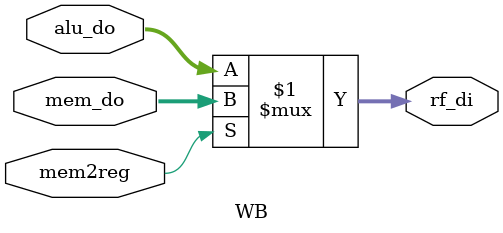
<source format=v>
module cpu (
    input           clk,
    input           rst,

    output          imem_en,
    output          imem_wen,
    output  [31:0]  imem_addr,
    output  [31:0]  imem_wdata,
    input   [31:0]  imem_rdata,

    output          dmem_en,
    output          dmem_wen,
    output  [31:0]  dmem_addr,
    output  [31:0]  dmem_wdata,
    input   [31:0]  dmem_rdata
);

    wire    [31:0]  pc;
    wire    [31:0]  inst;
    wire            branch_en;
    wire    [31:0]  branch_addr;
    wire    [31:0]  imm;
    wire            mem_read;
    wire            mem_write;
    wire            mem2reg;
    wire    [ 3:0]  aluop;
    wire    [ 1:0]  alu_src_a;
    wire    [ 1:0]  alu_src_b;
    wire    [31:0]  rf_qa;
    wire    [31:0]  rf_qb;
    wire    [31:0]  rf_di;
    wire    [31:0]  alu_do;
    wire    [31:0]  mem_do;

    PC u_PC (clk, rst, 32'h00001000, branch_en, branch_addr, pc);

    IF u_IF (pc, inst, imem_en, imem_wen, imem_addr, imem_wdata, imem_rdata);

    ID u_ID (clk, rst, pc, inst, imm, branch_en, branch_addr, mem_read, mem_write, mem2reg, aluop, alu_src_a, alu_src_b, rf_qa, rf_qb, rf_di);

    EX u_EX (pc, imm, rf_qa, rf_qb, aluop, alu_src_a, alu_src_b, alu_do);

    MA u_MA (alu_do, mem_read, mem_do, mem_write, rf_qb, dmem_en, dmem_wen, dmem_addr, dmem_wdata, dmem_rdata);

    WB u_WB (alu_do, mem_do, mem2reg, rf_di);

endmodule

module regfile (
    input           clk,
    input           rst,
    input   [ 4:0]  ra,
    input   [ 4:0]  rb,
    input           we,
    input   [ 4:0]  rd,
    input   [31:0]  di,
    output  [31:0]  qa,
    output  [31:0]  qb
);

    reg [31:0] rf [0:31];

    assign qa = ra == 0 ? 'h0 : rf[ra];
    assign qb = rb == 0 ? 'h0 : rf[rb];

    always @(posedge clk) begin
        if (!rst && we && rd != 0)
            rf[rd] <= di;
    end

endmodule

module PC (
    input           clk,
    input           rst_en,
    input   [31:0]  rst_addr,
    input           branch_en,
    input   [31:0]  branch_addr,
    output  [31:0]  pc
);

    reg [31:0] pcr;

    always @(posedge clk) begin
        if (rst_en)
            pcr <= rst_addr;
        else if (branch_en)
            pcr <= branch_addr;
        else
            pcr <= pcr + 'h4;
    end

    assign pc = pcr;

endmodule

module IF (
    input   [31:0]  pc,
    output  [31:0]  inst,

    output          imem_en,
    output          imem_wen,
    output  [31:0]  imem_addr,
    output  [31:0]  imem_wdata,
    input   [31:0]  imem_rdata
);

    assign  imem_en     = 1;
    assign  imem_wen    = 0;
    assign  imem_addr   = pc;
    assign  imem_wdata  = 'h0;

    assign  inst = { imem_rdata[7:0], imem_rdata[15:8], imem_rdata[23:16], imem_rdata[31:24] };

endmodule

module ID (
    input           clk,
    input           rst,

    input   [31:0]  pc,
    input   [31:0]  inst,

    output  [31:0]  imm,
    output          branch_en,
    output  [31:0]  branch_addr,
    output          mem_read,
    output          mem_write,
    output          mem2reg,
    output  [ 3:0]  aluop,
    output  [ 1:0]  alu_src_a,
    output  [ 1:0]  alu_src_b,

    output  [31:0]  rf_qa,
    output  [31:0]  rf_qb,
    input   [31:0]  rf_di
);

    wire [6:0] opcode = inst[6:0];
    wire [2:0] funct3 = inst[14:12];
    wire [6:0] funct7 = inst[31:25];

    wire lui    = opcode == 7'b0110111;
    wire auipc  = opcode == 7'b0010111;
    wire jal    = opcode == 7'b1101111;
    wire jalr   = opcode == 7'b1100111;
    wire beq    = opcode == 7'b1100011 && funct3 == 3'b000;
    wire bne    = opcode == 7'b1100011 && funct3 == 3'b001;
    wire blt    = opcode == 7'b1100011 && funct3 == 3'b100;
    wire bge    = opcode == 7'b1100011 && funct3 == 3'b101;
    wire bltu   = opcode == 7'b1100011 && funct3 == 3'b110;
    wire bgeu   = opcode == 7'b1100011 && funct3 == 3'b111;
    wire lw     = opcode == 7'b0000011 && funct3 == 3'b010;
    wire sw     = opcode == 7'b0100011 && funct3 == 3'b010;
    wire i_type = opcode == 7'b0010011;
    wire r_type = opcode == 7'b0110011;

    wire       rf_we = lui | auipc | jal | jalr | lw | i_type | r_type;
    wire [4:0] rf_ra = inst[19:15];
    wire [4:0] rf_rb = inst[24:20];
    wire [4:0] rf_rd = inst[11:7];

    regfile u_regfile (clk, rst, rf_ra, rf_rb, rf_we, rf_rd, rf_di, rf_qa, rf_qb);

    assign imm          =   lui | auipc                            ? { inst[31:12], 12'b0 }                                             :
                            jal                                    ? { {12{inst[31]}}, inst[31], inst[19:12], inst[20], inst[30:21] }   :
                            jalr | lw | i_type                     ? { {20{inst[31]}}, inst[31:20] }                                    :
                            beq | bne | blt | bge | bltu | bgeu    ? { {20{inst[31]}}, inst[31], inst[7], inst[30:25], inst[11:8] }     :
                            sw                                     ? { {20{inst[31]}}, inst[31:25], inst[11:7] }                        :
                            'h0;

    assign branch_en    =   jal | jalr |
                            (beq && rf_qa == rf_qb) |
                            (bne && rf_qa != rf_qb) |
                            (blt && $signed(rf_qa) <  $signed(rf_qb)) |
                            (bge && $signed(rf_qa) >= $signed(rf_qb)) |
                            (bltu && $unsigned(rf_qa) <  $unsigned(rf_qb)) |
                            (bgeu && $unsigned(rf_qa) >= $unsigned(rf_qb)) ;
    assign branch_addr  =   jal | beq | bne | blt | bge | bltu | bgeu   ? pc + (imm << 1)               :
                            jalr                                        ? (rf_qa + imm) & 32'hfffffffe  :
                            'h0;

    assign mem_read     =   lw;
    assign mem_write    =   sw;
    assign mem2reg      =   mem_read;

    assign aluop        =   lui | auipc | jal | jalr | lw | sw  ? 4'b0000                                   :
                            i_type                              ? { funct3 == 3'b101 & funct7[5] , funct3 } :
                            r_type                              ? { funct7[5], funct3 }                     :
                            4'b1111;
    assign alu_src_a    =   lw | sw | i_type | r_type        ? 2'b00 :   // qa
                            lui                              ? 2'b10 :   // 0
                            auipc | jal | jalr               ? 2'b01 :   // pc
                            2'b11;
    assign alu_src_b    =   r_type                           ? 2'b00 :   // qb
                            lui | auipc | lw | sw | i_type   ? 2'b01 :   // imm
                            jal | jalr                       ? 2'b10 :   // 4
                            2'b11;

endmodule

module EX (
    input   [31:0]  pc,
    input   [31:0]  imm,
    input   [31:0]  rf_qa,
    input   [31:0]  rf_qb,

    input   [ 3:0]  aluop,
    input   [ 1:0]  alu_src_a,
    input   [ 1:0]  alu_src_b,

    output  [31:0]  alu_do
);

    reg [31:0] at;
    reg [31:0] bt;
    reg [31:0] rt;

    always @(alu_src_a, pc, rf_qa) begin
        case (alu_src_a)
            2'b00: at = rf_qa; 
            2'b01: at = pc; 
            2'b10: at = 'h0; 
            default: at = 'h0;
        endcase
    end

    always @(alu_src_b, imm, rf_qb) begin
        case (alu_src_b)
            2'b00: bt = rf_qb;
            2'b01: bt = imm;
            2'b10: bt = 'h4; 
            default: bt = 'h0;
        endcase
    end

    always @(aluop, at, bt) begin
        case (aluop)
            4'b0000: rt = at + bt;
            4'b1000: rt = at - bt;
            4'b0001: rt = at << bt;
            4'b0010: rt = $signed(at) < $signed(bt) ? 'h1 : 'h0;
            4'b0011: rt = $unsigned(at) < $unsigned(bt) ? 'h1 : 'h0;
            4'b0100: rt = at ^ bt;
            4'b0101: rt = at >> bt;
            4'b1101: rt = $signed(at) >>> bt;
            4'b0110: rt = at | bt;
            4'b0111: rt = at & bt;
            default: rt = 'h0;
        endcase
    end

    assign alu_do = rt;

endmodule

module MA (
    input   [31:0]  alu_do,
    input           mem_read,
    output  [31:0]  mem_do,
    input           mem_write,
    input   [31:0]  rf_qb,

    output          dmem_en,
    output          dmem_wen,
    output  [31:0]  dmem_addr,
    output  [31:0]  dmem_wdata,
    input   [31:0]  dmem_rdata
);

    assign  dmem_en     = mem_read | mem_write;
    assign  dmem_wen    = mem_write;
    assign  dmem_addr   = dmem_en ? alu_do : 'h0;
    assign  dmem_wdata  = dmem_wen ? { rf_qb[7:0], rf_qb[15:8], rf_qb[23:16], rf_qb[31:24] } : 'h0;

    assign  mem_do = { dmem_rdata[7:0], dmem_rdata[15:8], dmem_rdata[23:16], dmem_rdata[31:24] };

endmodule

module WB (
    input   [31:0]  alu_do,
    input   [31:0]  mem_do,
    input           mem2reg,
    output  [31:0]  rf_di
);

    assign rf_di = mem2reg ? mem_do : alu_do;

endmodule
</source>
